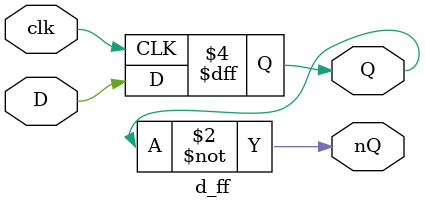
<source format=v>
module d_ff (
    input D,
    input clk,
    output reg Q,
    output wire nQ 
);

    initial begin
        Q <= 1'b0;
    end

    always @(posedge clk) begin
        Q <= D; 
    end

    // Output for the inverted state (~Q)
    assign nQ = ~Q;

endmodule
</source>
